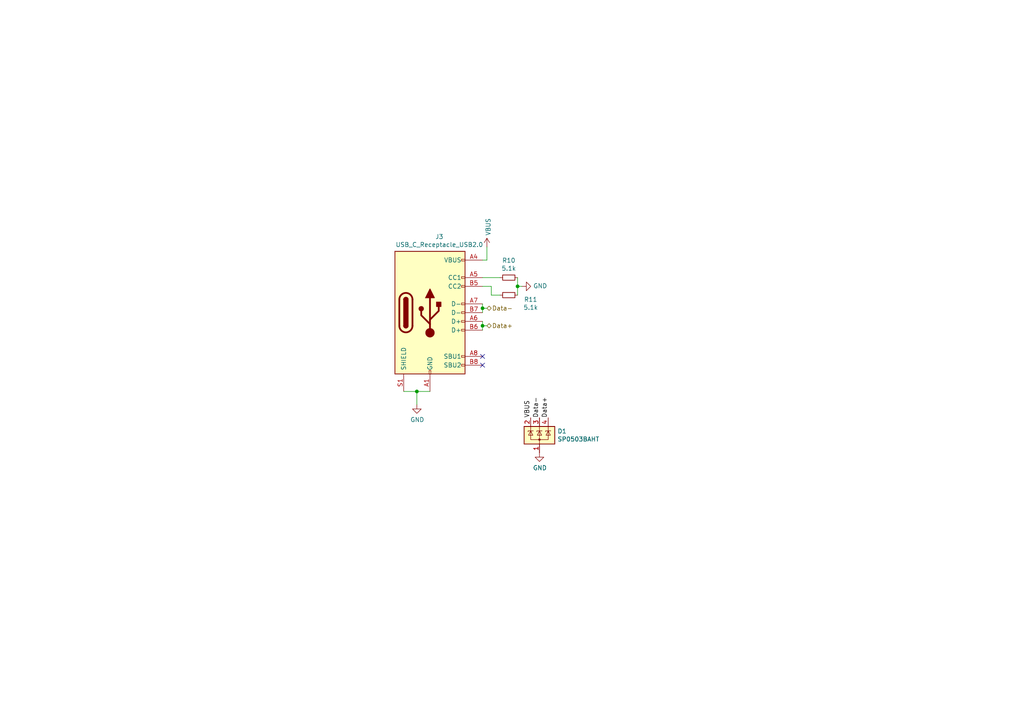
<source format=kicad_sch>
(kicad_sch (version 20231120) (generator "eeschema") (generator_version "8.0")
  (paper "A4")
  (lib_symbols
    (symbol "Connector:USB_C_Receptacle_USB2.0" (pin_names (offset 1.016))
      (property "Reference" "J" (at -10.16 19.05 0))
      (property "Value" "USB_C_Receptacle_USB2.0" (at 19.05 19.05 0))
      (symbol "USB_C_Receptacle_USB2.0_0_0"
        (rectangle (start -0.254 -17.78) (end 0.254 -16.764))
        (rectangle (start 10.16 -14.986) (end 9.144 -15.494))
        (rectangle (start 10.16 -12.446) (end 9.144 -12.954))
        (rectangle (start 10.16 -4.826) (end 9.144 -5.334))
        (rectangle (start 10.16 -2.286) (end 9.144 -2.794))
        (rectangle (start 10.16 0.254) (end 9.144 -0.254))
        (rectangle (start 10.16 2.794) (end 9.144 2.286))
        (rectangle (start 10.16 7.874) (end 9.144 7.366))
        (rectangle (start 10.16 10.414) (end 9.144 9.906))
        (rectangle (start 10.16 15.494) (end 9.144 14.986))
      )
      (symbol "USB_C_Receptacle_USB2.0_0_1"
        (rectangle (start -10.16 17.78) (end 10.16 -17.78) (stroke (width 0.254)) (fill (type background)))
        (arc (start -8.89 -3.81) (mid -6.985 -5.7067) (end -5.08 -3.81) (stroke (width 0.508)))
        (arc (start -7.62 -3.81) (mid -6.985 -4.4423) (end -6.35 -3.81) (stroke (width 0.254)))
        (arc (start -7.62 -3.81) (mid -6.985 -4.4423) (end -6.35 -3.81) (stroke (width 0.254)) (fill (type outline)))
        (rectangle (start -7.62 -3.81) (end -6.35 3.81) (stroke (width 0.254)) (fill (type outline)))
        (arc (start -6.35 3.81) (mid -6.985 4.4423) (end -7.62 3.81) (stroke (width 0.254)))
        (arc (start -6.35 3.81) (mid -6.985 4.4423) (end -7.62 3.81) (stroke (width 0.254)) (fill (type outline)))
        (arc (start -5.08 3.81) (mid -6.985 5.7067) (end -8.89 3.81) (stroke (width 0.508)))
        (circle (center -2.54 1.143) (radius 0.635) (stroke (width 0.254)) (fill (type outline)))
        (circle (center 0 -5.842) (radius 1.27) (fill (type outline)))
        (polyline (pts (xy -8.89 -3.81) (xy -8.89 3.81)) (stroke (width 0.508)))
        (polyline (pts (xy -5.08 3.81) (xy -5.08 -3.81)) (stroke (width 0.508)))
        (polyline (pts (xy 0 -5.842) (xy 0 4.318)) (stroke (width 0.508)))
        (polyline (pts (xy 0 -3.302) (xy -2.54 -0.762) (xy -2.54 0.508)) (stroke (width 0.508)))
        (polyline (pts (xy 0 -2.032) (xy 2.54 0.508) (xy 2.54 1.778)) (stroke (width 0.508)))
        (polyline (pts (xy -1.27 4.318) (xy 0 6.858) (xy 1.27 4.318) (xy -1.27 4.318)) (stroke (width 0.254)) (fill (type outline)))
        (rectangle (start 1.905 1.778) (end 3.175 3.048) (stroke (width 0.254)) (fill (type outline)))
      )
      (symbol "USB_C_Receptacle_USB2.0_1_1"
        (pin passive line (at 0 -22.86 90) (length 5.08) (name "GND") (number "A1"))
        (pin passive line (at 0 -22.86 90) (length 5.08) hide (name "GND") (number "A12"))
        (pin passive line (at 15.24 15.24 180) (length 5.08) (name "VBUS") (number "A4"))
        (pin bidirectional line (at 15.24 10.16 180) (length 5.08) (name "CC1") (number "A5"))
        (pin bidirectional line (at 15.24 -2.54 180) (length 5.08) (name "D+") (number "A6"))
        (pin bidirectional line (at 15.24 2.54 180) (length 5.08) (name "D-") (number "A7"))
        (pin bidirectional line (at 15.24 -12.7 180) (length 5.08) (name "SBU1") (number "A8"))
        (pin passive line (at 15.24 15.24 180) (length 5.08) hide (name "VBUS") (number "A9"))
        (pin passive line (at 0 -22.86 90) (length 5.08) hide (name "GND") (number "B1"))
        (pin passive line (at 0 -22.86 90) (length 5.08) hide (name "GND") (number "B12"))
        (pin passive line (at 15.24 15.24 180) (length 5.08) hide (name "VBUS") (number "B4"))
        (pin bidirectional line (at 15.24 7.62 180) (length 5.08) (name "CC2") (number "B5"))
        (pin bidirectional line (at 15.24 -5.08 180) (length 5.08) (name "D+") (number "B6"))
        (pin bidirectional line (at 15.24 0 180) (length 5.08) (name "D-") (number "B7"))
        (pin bidirectional line (at 15.24 -15.24 180) (length 5.08) (name "SBU2") (number "B8"))
        (pin passive line (at 15.24 15.24 180) (length 5.08) hide (name "VBUS") (number "B9"))
        (pin passive line (at -7.62 -22.86 90) (length 5.08) (name "SHIELD") (number "S1"))
      )
    )
    (symbol "Device:R_Small" (pin_numbers hide) (pin_names (offset 0.254) hide)
      (property "Reference" "R" (at 0.762 0.508 0))
      (property "Value" "R_Small" (at 0.762 -1.016 0))
      (symbol "R_Small_0_1"
        (rectangle (start -0.762 1.778) (end 0.762 -1.778) (stroke (width 0.2032)))
      )
      (symbol "R_Small_1_1"
        (pin passive line (at 0 2.54 270) (length 0.762) (name "~") (number "1"))
        (pin passive line (at 0 -2.54 90) (length 0.762) (name "~") (number "2"))
      )
    )
    (symbol "Power_Protection:SP0503BAHT" (pin_names hide)
      (property "Reference" "D" (at 5.715 2.54 0))
      (property "Value" "SP0503BAHT" (at 5.715 0.635 0))
      (symbol "SP0503BAHT_0_0"
        (pin passive line (at 0 -5.08 90) (length 2.54) (name "A") (number "1"))
      )
      (symbol "SP0503BAHT_0_1"
        (rectangle (start -4.445 2.54) (end 4.445 -2.54) (stroke (width 0.254)) (fill (type background)))
        (circle (center 0 -1.27) (radius 0.254) (fill (type outline)))
        (polyline (pts (xy -2.54 2.54) (xy -2.54 1.27)))
        (polyline (pts (xy 0 -1.27) (xy 0 -2.54)))
        (polyline (pts (xy 0 -1.27) (xy 0 1.27)))
        (polyline (pts (xy 0 2.54) (xy 0 1.27)))
        (polyline (pts (xy 0.635 1.27) (xy 0.762 1.27)))
        (polyline (pts (xy 2.54 2.54) (xy 2.54 1.27)))
        (polyline (pts (xy 0.635 1.27) (xy -0.762 1.27) (xy -0.762 1.016)))
        (polyline (pts (xy -3.302 1.016) (xy -3.302 1.27) (xy -1.905 1.27) (xy -1.778 1.27)))
        (polyline (pts (xy -2.54 1.27) (xy -2.54 -1.27) (xy 2.54 -1.27) (xy 2.54 1.27)))
        (polyline (pts (xy -2.54 1.27) (xy -1.905 0) (xy -3.175 0) (xy -2.54 1.27)))
        (polyline (pts (xy 0.635 0) (xy -0.635 0) (xy 0 1.27) (xy 0.635 0)))
        (polyline (pts (xy 1.778 1.016) (xy 1.778 1.27) (xy 3.175 1.27) (xy 3.302 1.27)))
        (polyline (pts (xy 2.54 1.27) (xy 1.905 0) (xy 3.175 0) (xy 2.54 1.27)))
      )
      (symbol "SP0503BAHT_1_1"
        (pin passive line (at -2.54 5.08 270) (length 2.54) (name "K") (number "2"))
        (pin passive line (at 0 5.08 270) (length 2.54) (name "K") (number "3"))
        (pin passive line (at 2.54 5.08 270) (length 2.54) (name "K") (number "4"))
      )
    )
    (symbol "power:GND" (power) (pin_names (offset 0))
      (property "Value" "GND" (at 0 -3.81 0))
      (symbol "GND_0_1"
        (polyline (pts (xy 0 0) (xy 0 -1.27) (xy 1.27 -1.27) (xy 0 -2.54) (xy -1.27 -1.27) (xy 0 -1.27)))
      )
      (symbol "GND_1_1"
        (pin power_in line (at 0 0 270) (length 0) hide (name "GND") (number "1"))
      )
    )
    (symbol "power:VBUS" (power) (pin_names (offset 0))
      (property "Value" "VBUS" (at 0 3.81 0))
      (symbol "VBUS_0_1"
        (polyline (pts (xy -0.762 1.27) (xy 0 2.54)))
        (polyline (pts (xy 0 0) (xy 0 2.54)))
        (polyline (pts (xy 0 2.54) (xy 0.762 1.27)))
      )
      (symbol "VBUS_1_1"
        (pin power_in line (at 0 0 90) (length 0) hide (name "VBUS") (number "1"))
      )
    )
  )
  (junction (at 120.904 113.538))
  (junction (at 139.954 94.488))
  (junction (at 150.114 83.058))
  (junction (at 139.954 89.408))
  (no_connect (at 139.954 105.918))
  (no_connect (at 139.954 103.378))
  (wire (pts (xy 150.114 80.518) (xy 150.114 83.058)))
  (wire (pts (xy 139.954 89.408) (xy 139.954 88.138)))
  (wire (pts (xy 139.954 83.058) (xy 142.494 83.058)))
  (wire (pts (xy 117.094 113.538) (xy 120.904 113.538)))
  (wire (pts (xy 150.114 83.058) (xy 151.384 83.058)))
  (wire (pts (xy 139.954 94.488) (xy 139.954 95.758)))
  (wire (pts (xy 150.114 85.598) (xy 150.114 83.058)))
  (wire (pts (xy 120.904 113.538) (xy 124.714 113.538)))
  (wire (pts (xy 142.494 85.598) (xy 145.034 85.598)))
  (wire (pts (xy 141.224 75.438) (xy 139.954 75.438)))
  (wire (pts (xy 141.224 71.628) (xy 141.224 75.438)))
  (wire (pts (xy 142.494 83.058) (xy 142.494 85.598)))
  (wire (pts (xy 139.954 80.518) (xy 145.034 80.518)))
  (wire (pts (xy 120.904 113.538) (xy 120.904 117.348)))
  (wire (pts (xy 139.954 90.678) (xy 139.954 89.408)))
  (wire (pts (xy 139.954 89.408) (xy 141.224 89.408)))
  (wire (pts (xy 139.954 93.218) (xy 139.954 94.488)))
  (wire (pts (xy 139.954 94.488) (xy 141.224 94.488)))
  (label "Data-" (at 156.464 121.158 90))
  (label "Data+" (at 159.004 121.158 90))
  (label "VBUS" (at 153.924 121.158 90))
  (hierarchical_label "Data-" (shape bidirectional) (at 141.224 89.408 0))
  (hierarchical_label "Data+" (shape bidirectional) (at 141.224 94.488 0))
  (symbol (lib_id "power:GND") (at 156.464 131.318 0) (unit 1)
    (property "Reference" "#PWR0129" (effects (hide yes)))
    (property "Value" "GND" (at 156.591 135.7122 0))
  )
  (symbol (lib_id "power:VBUS") (at 141.224 71.628 0) (unit 1)
    (property "Reference" "#PWR0134" (effects (hide yes)))
    (property "Value" "VBUS" (at 141.605 68.3768 90) (effects (justify left)))
  )
  (symbol (lib_id "power:GND") (at 151.384 83.058 90) (unit 1)
    (property "Reference" "#PWR0131" (effects (hide yes)))
    (property "Value" "GND" (at 154.6352 82.931 90) (effects (justify right)))
  )
  (symbol (lib_id "Connector:USB_C_Receptacle_USB2.0") (at 124.714 90.678 0) (unit 1)
    (property "Reference" "J3" (at 127.4318 68.6562 0))
    (property "Value" "USB_C_Receptacle_USB2.0" (at 127.4318 70.9676 0))
    (property "Footprint" "Connector_USB:USB_C_Receptacle_Palconn_UTC16-G" (effects (hide yes)))
    (property "Datasheet" "https://www.usb.org/sites/default/files/documents/usb_type-c.zip" (effects (hide yes)))
  )
  (symbol (lib_id "Device:R_Small") (at 147.574 80.518 90) (unit 1)
    (property "Reference" "R10" (at 147.574 75.5396 90))
    (property "Value" "5.1k" (at 147.574 77.851 90))
    (property "Footprint" "Resistor_SMD:R_0402_1005Metric" (effects (hide yes)))
  )
  (symbol (lib_id "power:GND") (at 120.904 117.348 0) (unit 1)
    (property "Reference" "#PWR0126" (effects (hide yes)))
    (property "Value" "GND" (at 121.031 121.7422 0))
  )
  (symbol (lib_id "Device:R_Small") (at 147.574 85.598 270) (unit 1)
    (property "Reference" "R11" (at 153.924 86.868 90))
    (property "Value" "5.1k" (at 153.924 89.1794 90))
    (property "Footprint" "Resistor_SMD:R_0402_1005Metric" (effects (hide yes)))
  )
  (symbol (lib_id "Power_Protection:SP0503BAHT") (at 156.464 126.238 0) (unit 1)
    (property "Reference" "D1" (at 161.671 125.0696 0) (effects (justify left)))
    (property "Value" "SP0503BAHT" (at 161.671 127.381 0) (effects (justify left)))
    (property "Footprint" "Package_TO_SOT_SMD:SOT-143" (effects (hide yes)))
    (property "Datasheet" "http://www.littelfuse.com/~/media/files/littelfuse/technical%20resources/documents/data%20sheets/sp05xxba.pdf" (effects (hide yes)))
  )
)
</source>
